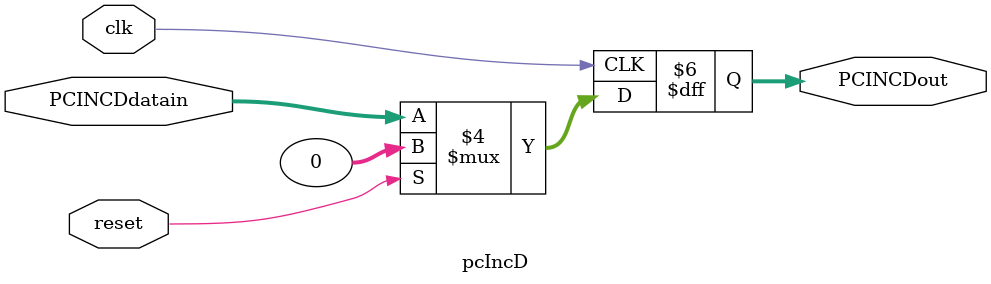
<source format=v>
module pcIncD (
    input wire clk,           // Señal de reloj
    input wire reset,         // Señal de reinicio
    input wire [31:0] PCINCDdatain, // Entrada de datos
    output reg [31:0] PCINCDout
);

always @(negedge clk) begin
    if (reset == 1) begin
        PCINCDout <= 32'b00000000000000000000000000000000;
    end
    else begin
        PCINCDout <= PCINCDdatain;
    end
end

endmodule
</source>
